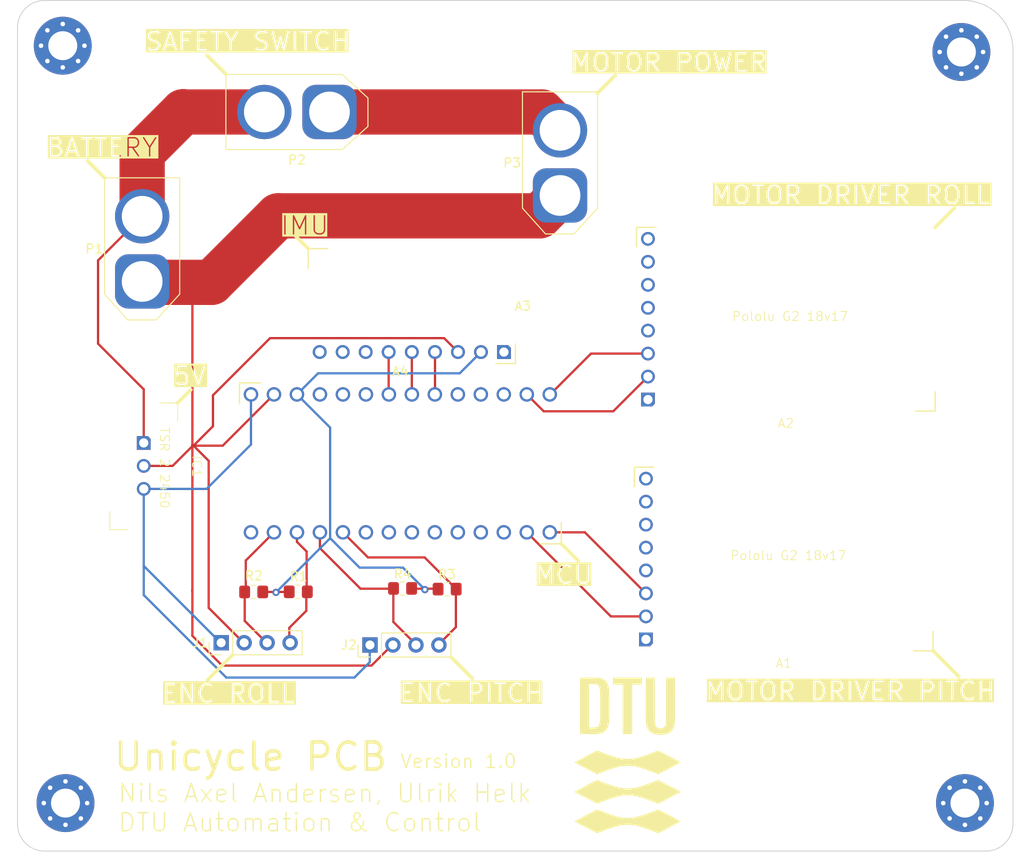
<source format=kicad_pcb>
(kicad_pcb (version 20221018) (generator pcbnew)
  (layers (0 "F.Cu" signal) (31 "B.Cu" signal) (34 "B.Paste" user) (35 "F.Paste" user) (36 "B.SilkS" user "B.Silkscreen") (37 "F.SilkS" user "F.Silkscreen") (38 "B.Mask" user) (39 "F.Mask" user) (44 "Edge.Cuts" user))
  (net 0 "")
  (net 1 "GND")
  (net 2 "+3.3V")
  (net 4 "+5V")
  (net 9 "+BATT")
  (net 15 "DIR_ROLL")
  (net 16 "PWM_ROLL")
  (net 17 "DIR_PITCH")
  (net 18 "PWM_PITCH")
  (net 19 "ENC_A_ROLL")
  (net 20 "ENC_B_ROLL")
  (net 21 "ENC_A_PITCH")
  (net 22 "ENC_B_PITCH")
  (net 23 "VM_LIM")
  (net 24 "SDA")
  (net 25 "SCL")
  (net 26 "SA0")
  (footprint "Connector_AMASS:AMASS_XT60-F_1x02_P7.20mm_Vertical" (layer "F.Cu") (at 144.475 88.325 180)
    (fp_text reference "P2" (at 3.6 -5.3) (layer "F.SilkS"))
    (fp_text value "Safety Switch Connector")
    (pad "1" thru_hole roundrect (at 0 0 180) (size 6 6) (drill 4.5) (layers "*.Cu" "*.Mask") (net 23 "VM_LIM"))
    (pad "2" thru_hole circle (at 7.2 0 180) (size 6 6) (drill 4.5) (layers "*.Cu" "*.Mask") (net 9 "+BATT"))
  )
  (footprint "MountingHole:MountingHole_3.2mm_M3_Pad_Via" (layer "F.Cu") (at 214.697056 164.697056)
    (fp_text reference "H4")
    (fp_text value "MountingHole_Pad")
    (pad "1" thru_hole circle (at -2.4 0) (size 0.8 0.8) (drill 0.5) (layers "*.Cu" "*.Mask") (net 1 "GND"))
    (pad "1" thru_hole circle (at -1.697056 -1.697056) (size 0.8 0.8) (drill 0.5) (layers "*.Cu" "*.Mask") (net 1 "GND"))
    (pad "1" thru_hole circle (at -1.697056 1.697056) (size 0.8 0.8) (drill 0.5) (layers "*.Cu" "*.Mask") (net 1 "GND"))
    (pad "1" thru_hole circle (at 0 -2.4) (size 0.8 0.8) (drill 0.5) (layers "*.Cu" "*.Mask") (net 1 "GND"))
    (pad "1" thru_hole circle (at 0 0) (size 6.4 6.4) (drill 3.2) (layers "*.Cu" "*.Mask") (net 1 "GND"))
    (pad "1" thru_hole circle (at 0 2.4) (size 0.8 0.8) (drill 0.5) (layers "*.Cu" "*.Mask") (net 1 "GND"))
    (pad "1" thru_hole circle (at 1.697056 -1.697056) (size 0.8 0.8) (drill 0.5) (layers "*.Cu" "*.Mask") (net 1 "GND"))
    (pad "1" thru_hole circle (at 1.697056 1.697056) (size 0.8 0.8) (drill 0.5) (layers "*.Cu" "*.Mask") (net 1 "GND"))
    (pad "1" thru_hole circle (at 2.4 0) (size 0.8 0.8) (drill 0.5) (layers "*.Cu" "*.Mask") (net 1 "GND"))
  )
  (footprint "Resistor_SMD:R_0805_2012Metric_Pad1.20x1.40mm_HandSolder" (layer "F.Cu") (at 141.025 141.35)
    (fp_text reference "R1" (at 0.032398 -1.7) (layer "F.SilkS"))
    (fp_text value "1.8k")
    (pad "1" smd roundrect (at -1 0) (size 1.2 1.4) (layers "F.Cu" "F.Paste" "F.Mask") (roundrect_rratio 0.208333) (net 2 "+3.3V"))
    (pad "2" smd roundrect (at 1 0) (size 1.2 1.4) (layers "F.Cu" "F.Paste" "F.Mask") (roundrect_rratio 0.208333) (net 20 "ENC_B_ROLL"))
  )
  (footprint "unicycle_foot:TSR 2 2450" (layer "F.Cu") (at 123.81 127.475 -90)
    (fp_text reference "IC1" (at 0 -6 -90 unlocked) (layer "F.SilkS") (effects (font (thickness 0.1))))
    (fp_text value "TSR 2 2450")
    (fp_text user "TSR 2 2450" (at -4.4 -1.85 -90 unlocked) (layer "F.SilkS") (effects (font (thickness 0.1)) (justify left bottom)))
    (pad "1" thru_hole roundrect (at -2.58 -0.14 270) (size 1.524 1.524) (drill 1.02) (layers "*.Cu" "*.Mask") (roundrect_rratio 0) (chamfer_ratio 0.2) (chamfer top_left) (net 9 "+BATT"))
    (pad "2" thru_hole circle (at -0.04 -0.14 270) (size 1.524 1.524) (drill 1.02) (layers "*.Cu" "*.Mask") (net 1 "GND"))
    (pad "3" thru_hole circle (at 2.5 -0.14 270) (size 1.524 1.524) (drill 1.02) (layers "*.Cu" "*.Mask") (net 4 "+5V"))
  )
  (footprint "MountingHole:MountingHole_3.2mm_M3_Pad_Via" (layer "F.Cu") (at 214.302944 81.697056)
    (fp_text reference "H1")
    (fp_text value "MountingHole_Pad")
    (pad "1" thru_hole circle (at -2.4 0) (size 0.8 0.8) (drill 0.5) (layers "*.Cu" "*.Mask") (net 1 "GND"))
    (pad "1" thru_hole circle (at -1.697056 -1.697056) (size 0.8 0.8) (drill 0.5) (layers "*.Cu" "*.Mask") (net 1 "GND"))
    (pad "1" thru_hole circle (at -1.697056 1.697056) (size 0.8 0.8) (drill 0.5) (layers "*.Cu" "*.Mask") (net 1 "GND"))
    (pad "1" thru_hole circle (at 0 -2.4) (size 0.8 0.8) (drill 0.5) (layers "*.Cu" "*.Mask") (net 1 "GND"))
    (pad "1" thru_hole circle (at 0 0) (size 6.4 6.4) (drill 3.2) (layers "*.Cu" "*.Mask") (net 1 "GND"))
    (pad "1" thru_hole circle (at 0 2.4) (size 0.8 0.8) (drill 0.5) (layers "*.Cu" "*.Mask") (net 1 "GND"))
    (pad "1" thru_hole circle (at 1.697056 -1.697056) (size 0.8 0.8) (drill 0.5) (layers "*.Cu" "*.Mask") (net 1 "GND"))
    (pad "1" thru_hole circle (at 1.697056 1.697056) (size 0.8 0.8) (drill 0.5) (layers "*.Cu" "*.Mask") (net 1 "GND"))
    (pad "1" thru_hole circle (at 2.4 0) (size 0.8 0.8) (drill 0.5) (layers "*.Cu" "*.Mask") (net 1 "GND"))
  )
  (footprint "unicycle_foot:Pololu G2 18v17 Text Up" (layer "F.Cu") (at 194.675 137.725 180)
    (fp_text reference "A1" (at 0 -11.5 unlocked) (layer "F.SilkS") (effects (font (thickness 0.1))))
    (fp_text value "Pololu G2 18v17")
    (fp_text user "Pololu G2 18v17" (at 5.975 -0.2 unlocked) (layer "F.SilkS") (effects (font (thickness 0.1)) (justify left bottom)))
    (pad "" np_thru_hole circle (at -7.6 -7.85 180) (size 2.18 2.18) (drill 2.18) (layers "F&B.Cu" "*.Mask"))
    (pad "" np_thru_hole circle (at 8.2 7.85 180) (size 2.18 2.18) (drill 2.18) (layers "F&B.Cu" "*.Mask"))
    (pad "1" thru_hole roundrect (at 15.23 -8.88 180) (size 1.524 1.524) (drill 1.02) (layers "*.Cu" "*.Mask") (roundrect_rratio 0) (chamfer_ratio 0.2) (chamfer top_left) (net 1 "GND"))
    (pad "2" thru_hole circle (at 15.23 -6.34 180) (size 1.524 1.524) (drill 1.02) (layers "*.Cu" "*.Mask") (net 15 "DIR_ROLL"))
    (pad "3" thru_hole circle (at 15.23 -3.8 180) (size 1.524 1.524) (drill 1.02) (layers "*.Cu" "*.Mask") (net 16 "PWM_ROLL"))
    (pad "4" thru_hole circle (at 15.23 -1.26 180) (size 1.524 1.524) (drill 1.02) (layers "*.Cu" "*.Mask"))
    (pad "5" thru_hole circle (at 15.23 1.26 180) (size 1.524 1.524) (drill 1.02) (layers "*.Cu" "*.Mask"))
    (pad "6" thru_hole circle (at 15.23 3.8 180) (size 1.524 1.524) (drill 1.02) (layers "*.Cu" "*.Mask"))
    (pad "7" thru_hole circle (at 15.23 6.34 180) (size 1.524 1.524) (drill 1.02) (layers "*.Cu" "*.Mask"))
    (pad "8" thru_hole circle (at 15.23 8.88 180) (size 1.524 1.524) (drill 1.02) (layers "*.Cu" "*.Mask"))
  )
  (footprint "MountingHole:MountingHole_3.2mm_M3_Pad_Via" (layer "F.Cu") (at 115 81)
    (fp_text reference "H2")
    (fp_text value "MountingHole_Pad")
    (pad "1" thru_hole circle (at -2.4 0) (size 0.8 0.8) (drill 0.5) (layers "*.Cu" "*.Mask") (net 1 "GND"))
    (pad "1" thru_hole circle (at -1.697056 -1.697056) (size 0.8 0.8) (drill 0.5) (layers "*.Cu" "*.Mask") (net 1 "GND"))
    (pad "1" thru_hole circle (at -1.697056 1.697056) (size 0.8 0.8) (drill 0.5) (layers "*.Cu" "*.Mask") (net 1 "GND"))
    (pad "1" thru_hole circle (at 0 -2.4) (size 0.8 0.8) (drill 0.5) (layers "*.Cu" "*.Mask") (net 1 "GND"))
    (pad "1" thru_hole circle (at 0 0) (size 6.4 6.4) (drill 3.2) (layers "*.Cu" "*.Mask") (net 1 "GND"))
    (pad "1" thru_hole circle (at 0 2.4) (size 0.8 0.8) (drill 0.5) (layers "*.Cu" "*.Mask") (net 1 "GND"))
    (pad "1" thru_hole circle (at 1.697056 -1.697056) (size 0.8 0.8) (drill 0.5) (layers "*.Cu" "*.Mask") (net 1 "GND"))
    (pad "1" thru_hole circle (at 1.697056 1.697056) (size 0.8 0.8) (drill 0.5) (layers "*.Cu" "*.Mask") (net 1 "GND"))
    (pad "1" thru_hole circle (at 2.4 0) (size 0.8 0.8) (drill 0.5) (layers "*.Cu" "*.Mask") (net 1 "GND"))
  )
  (footprint "Connector_AMASS:AMASS_XT60-F_1x02_P7.20mm_Vertical" (layer "F.Cu") (at 123.775 107.05 90)
    (fp_text reference "P1" (at 3.6 -5.3 180) (layer "F.SilkS"))
    (fp_text value "Battery Connector")
    (pad "1" thru_hole roundrect (at 0 0 90) (size 6 6) (drill 4.5) (layers "*.Cu" "*.Mask") (net 1 "GND"))
    (pad "2" thru_hole circle (at 7.2 0 90) (size 6 6) (drill 4.5) (layers "*.Cu" "*.Mask") (net 9 "+BATT"))
  )
  (footprint "unicycle_foot:Pololu G2 18v17 Text Up" (layer "F.Cu") (at 194.9 111.225 180)
    (fp_text reference "A2" (at 0 -11.5 unlocked) (layer "F.SilkS") (effects (font (thickness 0.1))))
    (fp_text value "Pololu G2 18v17")
    (fp_text user "Pololu G2 18v17" (at 6 -0.275 unlocked) (layer "F.SilkS") (effects (font (thickness 0.1)) (justify left bottom)))
    (pad "" np_thru_hole circle (at -7.6 -7.85 180) (size 2.18 2.18) (drill 2.18) (layers "F&B.Cu" "*.Mask"))
    (pad "" np_thru_hole circle (at 8.2 7.85 180) (size 2.18 2.18) (drill 2.18) (layers "F&B.Cu" "*.Mask"))
    (pad "1" thru_hole roundrect (at 15.23 -8.88 180) (size 1.524 1.524) (drill 1.02) (layers "*.Cu" "*.Mask") (roundrect_rratio 0) (chamfer_ratio 0.2) (chamfer top_left) (net 1 "GND"))
    (pad "2" thru_hole circle (at 15.23 -6.34 180) (size 1.524 1.524) (drill 1.02) (layers "*.Cu" "*.Mask") (net 17 "DIR_PITCH"))
    (pad "3" thru_hole circle (at 15.23 -3.8 180) (size 1.524 1.524) (drill 1.02) (layers "*.Cu" "*.Mask") (net 18 "PWM_PITCH"))
    (pad "4" thru_hole circle (at 15.23 -1.26 180) (size 1.524 1.524) (drill 1.02) (layers "*.Cu" "*.Mask"))
    (pad "5" thru_hole circle (at 15.23 1.26 180) (size 1.524 1.524) (drill 1.02) (layers "*.Cu" "*.Mask"))
    (pad "6" thru_hole circle (at 15.23 3.8 180) (size 1.524 1.524) (drill 1.02) (layers "*.Cu" "*.Mask"))
    (pad "7" thru_hole circle (at 15.23 6.34 180) (size 1.524 1.524) (drill 1.02) (layers "*.Cu" "*.Mask"))
    (pad "8" thru_hole circle (at 15.23 8.88 180) (size 1.524 1.524) (drill 1.02) (layers "*.Cu" "*.Mask"))
  )
  (footprint "unicycle_silk:dtu-logo-black-FTPNT" (layer "F.Cu") (at 177.425 159.425)
    (fp_text reference "G***" hide)
    (fp_text value "LOGO" hide)
  )
  (footprint "Resistor_SMD:R_0805_2012Metric_Pad1.20x1.40mm_HandSolder" (layer "F.Cu") (at 157.475 141.05)
    (fp_text reference "R3" (at -0.025 -1.625) (layer "F.SilkS"))
    (fp_text value "1.8k")
    (pad "1" smd roundrect (at -1 0) (size 1.2 1.4) (layers "F.Cu" "F.Paste" "F.Mask") (roundrect_rratio 0.208333) (net 2 "+3.3V"))
    (pad "2" smd roundrect (at 1 0) (size 1.2 1.4) (layers "F.Cu" "F.Paste" "F.Mask") (roundrect_rratio 0.208333) (net 22 "ENC_B_PITCH"))
  )
  (footprint "Connector_PinHeader_2.54mm:PinHeader_1x04_P2.54mm_Vertical" (layer "F.Cu") (at 132.505 146.975 90)
    (fp_text reference "J1" (at 0 -2.33 180) (layer "F.SilkS"))
    (fp_text value "HEDS 5500 A")
    (pad "1" thru_hole rect (at 0 0 90) (size 1.7 1.7) (drill 1) (layers "*.Cu" "*.Mask") (net 4 "+5V"))
    (pad "2" thru_hole oval (at 0 2.54 90) (size 1.7 1.7) (drill 1) (layers "*.Cu" "*.Mask") (net 1 "GND"))
    (pad "3" thru_hole oval (at 0 5.08 90) (size 1.7 1.7) (drill 1) (layers "*.Cu" "*.Mask") (net 19 "ENC_A_ROLL"))
    (pad "4" thru_hole oval (at 0 7.62 90) (size 1.7 1.7) (drill 1) (layers "*.Cu" "*.Mask") (net 20 "ENC_B_ROLL"))
  )
  (footprint "Connector_PinHeader_2.54mm:PinHeader_1x04_P2.54mm_Vertical" (layer "F.Cu") (at 148.95 147.225 90)
    (fp_text reference "J2" (at 0 -2.33 180) (layer "F.SilkS"))
    (fp_text value "HEDS 5500 A")
    (pad "1" thru_hole rect (at 0 0 90) (size 1.7 1.7) (drill 1) (layers "*.Cu" "*.Mask") (net 4 "+5V"))
    (pad "2" thru_hole oval (at 0 2.54 90) (size 1.7 1.7) (drill 1) (layers "*.Cu" "*.Mask") (net 1 "GND"))
    (pad "3" thru_hole oval (at 0 5.08 90) (size 1.7 1.7) (drill 1) (layers "*.Cu" "*.Mask") (net 21 "ENC_A_PITCH"))
    (pad "4" thru_hole oval (at 0 7.62 90) (size 1.7 1.7) (drill 1) (layers "*.Cu" "*.Mask") (net 22 "ENC_B_PITCH"))
  )
  (footprint "Resistor_SMD:R_0805_2012Metric_Pad1.20x1.40mm_HandSolder" (layer "F.Cu") (at 136.1 141.361999 180)
    (fp_text reference "R2" (at 0 1.786999) (layer "F.SilkS"))
    (fp_text value "1.8k")
    (pad "1" smd roundrect (at -1 0 180) (size 1.2 1.4) (layers "F.Cu" "F.Paste" "F.Mask") (roundrect_rratio 0.208333) (net 2 "+3.3V"))
    (pad "2" smd roundrect (at 1 0 180) (size 1.2 1.4) (layers "F.Cu" "F.Paste" "F.Mask") (roundrect_rratio 0.208333) (net 19 "ENC_A_ROLL"))
  )
  (footprint "unicycle_foot:PololuLSM6DSO Text Up" (layer "F.Cu") (at 153.575 109.775 -90)
    (fp_text reference "A3" (at 0 -12.275 unlocked) (layer "F.SilkS"))
    (fp_text value "Pololu LSM6DSO")
    (pad "" np_thru_hole circle (at -3.85 -8.95 270) (size 2.18 2.18) (drill 2.18) (layers "F&B.Cu" "*.Mask"))
    (pad "" np_thru_hole circle (at -3.85 8.95 270) (size 2.18 2.18) (drill 2.18) (layers "F&B.Cu" "*.Mask"))
    (pad "1" thru_hole roundrect (at 5.08 -10.18 270) (size 1.54 1.54) (drill 1.02) (layers "*.Cu" "*.Mask") (roundrect_rratio 0) (chamfer_ratio 0.2) (chamfer top_left))
    (pad "2" thru_hole circle (at 5.08 -7.64 270) (size 1.54 1.54) (drill 1.02) (layers "*.Cu" "*.Mask") (net 2 "+3.3V"))
    (pad "3" thru_hole circle (at 5.075 -5.1 270) (size 1.54 1.54) (drill 1.02) (layers "*.Cu" "*.Mask") (net 1 "GND"))
    (pad "4" thru_hole circle (at 5.075 -2.56 270) (size 1.54 1.54) (drill 1.02) (layers "*.Cu" "*.Mask") (net 24 "SDA"))
    (pad "5" thru_hole circle (at 5.075 0 270) (size 1.54 1.54) (drill 1.02) (layers "*.Cu" "*.Mask") (net 25 "SCL"))
    (pad "6" thru_hole circle (at 5.075 2.56 270) (size 1.54 1.54) (drill 1.02) (layers "*.Cu" "*.Mask") (net 26 "SA0"))
    (pad "7" thru_hole circle (at 5.075 5.1 270) (size 1.54 1.54) (drill 1.02) (layers "*.Cu" "*.Mask"))
    (pad "8" thru_hole circle (at 5.075 7.64 270) (size 1.54 1.54) (drill 1.02) (layers "*.Cu" "*.Mask"))
    (pad "9" thru_hole circle (at 5.075 10.18 270) (size 1.54 1.54) (drill 1.02) (layers "*.Cu" "*.Mask"))
  )
  (footprint "Resistor_SMD:R_0805_2012Metric_Pad1.20x1.40mm_HandSolder" (layer "F.Cu") (at 152.55 140.975 180)
    (fp_text reference "R4" (at 0 1.6) (layer "F.SilkS"))
    (fp_text value "1.8k")
    (pad "1" smd roundrect (at -1 0 180) (size 1.2 1.4) (layers "F.Cu" "F.Paste" "F.Mask") (roundrect_rratio 0.208333) (net 2 "+3.3V"))
    (pad "2" smd roundrect (at 1 0 180) (size 1.2 1.4) (layers "F.Cu" "F.Paste" "F.Mask") (roundrect_rratio 0.208333) (net 21 "ENC_A_PITCH"))
  )
  (footprint "Connector_AMASS:AMASS_XT60-F_1x02_P7.20mm_Vertical" (layer "F.Cu") (at 169.95 97.55 90)
    (fp_text reference "P3" (at 3.6 -5.3 180) (layer "F.SilkS"))
    (fp_text value "Motor Driver Connector")
    (pad "1" thru_hole roundrect (at 0 0 90) (size 6 6) (drill 4.5) (layers "*.Cu" "*.Mask") (net 1 "GND"))
    (pad "2" thru_hole circle (at 7.2 0 90) (size 6 6) (drill 4.5) (layers "*.Cu" "*.Mask") (net 23 "VM_LIM"))
  )
  (footprint "MountingHole:MountingHole_3.2mm_M3_Pad_Via" (layer "F.Cu") (at 115.302944 164.697056)
    (fp_text reference "H3")
    (fp_text value "MountingHole_Pad")
    (pad "1" thru_hole circle (at -2.4 0) (size 0.8 0.8) (drill 0.5) (layers "*.Cu" "*.Mask") (net 1 "GND"))
    (pad "1" thru_hole circle (at -1.697056 -1.697056) (size 0.8 0.8) (drill 0.5) (layers "*.Cu" "*.Mask") (net 1 "GND"))
    (pad "1" thru_hole circle (at -1.697056 1.697056) (size 0.8 0.8) (drill 0.5) (layers "*.Cu" "*.Mask") (net 1 "GND"))
    (pad "1" thru_hole circle (at 0 -2.4) (size 0.8 0.8) (drill 0.5) (layers "*.Cu" "*.Mask") (net 1 "GND"))
    (pad "1" thru_hole circle (at 0 0) (size 6.4 6.4) (drill 3.2) (layers "*.Cu" "*.Mask") (net 1 "GND"))
    (pad "1" thru_hole circle (at 0 2.4) (size 0.8 0.8) (drill 0.5) (layers "*.Cu" "*.Mask") (net 1 "GND"))
    (pad "1" thru_hole circle (at 1.697056 -1.697056) (size 0.8 0.8) (drill 0.5) (layers "*.Cu" "*.Mask") (net 1 "GND"))
    (pad "1" thru_hole circle (at 1.697056 1.697056) (size 0.8 0.8) (drill 0.5) (layers "*.Cu" "*.Mask") (net 1 "GND"))
    (pad "1" thru_hole circle (at 2.4 0) (size 0.8 0.8) (drill 0.5) (layers "*.Cu" "*.Mask") (net 1 "GND"))
  )
  (footprint "unicycle_foot:Teensy40 Simple" (layer "F.Cu") (at 152.31 127.155)
    (fp_text reference "A4" (at 0 -10.16) (layer "F.SilkS"))
    (fp_text value "Teensy 4.0")
    (pad "1" thru_hole circle (at -16.51 7.62) (size 1.6 1.6) (drill 1.1) (layers "*.Cu" "*.Mask") (net 1 "GND"))
    (pad "2" thru_hole circle (at -13.97 7.62) (size 1.6 1.6) (drill 1.1) (layers "*.Cu" "*.Mask") (net 19 "ENC_A_ROLL"))
    (pad "3" thru_hole circle (at -11.43 7.62) (size 1.6 1.6) (drill 1.1) (layers "*.Cu" "*.Mask") (net 20 "ENC_B_ROLL"))
    (pad "4" thru_hole circle (at -8.89 7.62) (size 1.6 1.6) (drill 1.1) (layers "*.Cu" "*.Mask") (net 21 "ENC_A_PITCH"))
    (pad "5" thru_hole circle (at -6.35 7.62) (size 1.6 1.6) (drill 1.1) (layers "*.Cu" "*.Mask") (net 22 "ENC_B_PITCH"))
    (pad "6" thru_hole circle (at -3.81 7.62) (size 1.6 1.6) (drill 1.1) (layers "*.Cu" "*.Mask"))
    (pad "7" thru_hole circle (at -1.27 7.62) (size 1.6 1.6) (drill 1.1) (layers "*.Cu" "*.Mask"))
    (pad "8" thru_hole circle (at 1.27 7.62) (size 1.6 1.6) (drill 1.1) (layers "*.Cu" "*.Mask"))
    (pad "9" thru_hole circle (at 3.81 7.62) (size 1.6 1.6) (drill 1.1) (layers "*.Cu" "*.Mask"))
    (pad "10" thru_hole circle (at 6.35 7.62) (size 1.6 1.6) (drill 1.1) (layers "*.Cu" "*.Mask"))
    (pad "11" thru_hole circle (at 8.89 7.62) (size 1.6 1.6) (drill 1.1) (layers "*.Cu" "*.Mask"))
    (pad "12" thru_hole circle (at 11.43 7.62) (size 1.6 1.6) (drill 1.1) (layers "*.Cu" "*.Mask"))
    (pad "13" thru_hole circle (at 13.97 7.62) (size 1.6 1.6) (drill 1.1) (layers "*.Cu" "*.Mask") (net 15 "DIR_ROLL"))
    (pad "14" thru_hole circle (at 16.51 7.62) (size 1.6 1.6) (drill 1.1) (layers "*.Cu" "*.Mask") (net 16 "PWM_ROLL"))
    (pad "15" thru_hole circle (at 16.51 -7.62) (size 1.6 1.6) (drill 1.1) (layers "*.Cu" "*.Mask") (net 18 "PWM_PITCH"))
    (pad "16" thru_hole circle (at 13.97 -7.62) (size 1.6 1.6) (drill 1.1) (layers "*.Cu" "*.Mask") (net 17 "DIR_PITCH"))
    (pad "17" thru_hole circle (at 11.43 -7.62) (size 1.6 1.6) (drill 1.1) (layers "*.Cu" "*.Mask"))
    (pad "18" thru_hole circle (at 8.89 -7.62) (size 1.6 1.6) (drill 1.1) (layers "*.Cu" "*.Mask"))
    (pad "19" thru_hole circle (at 6.35 -7.62) (size 1.6 1.6) (drill 1.1) (layers "*.Cu" "*.Mask"))
    (pad "20" thru_hole circle (at 3.81 -7.62) (size 1.6 1.6) (drill 1.1) (layers "*.Cu" "*.Mask") (net 24 "SDA"))
    (pad "21" thru_hole circle (at 1.27 -7.62) (size 1.6 1.6) (drill 1.1) (layers "*.Cu" "*.Mask") (net 25 "SCL"))
    (pad "22" thru_hole circle (at -1.27 -7.62) (size 1.6 1.6) (drill 1.1) (layers "*.Cu" "*.Mask") (net 26 "SA0"))
    (pad "23" thru_hole circle (at -3.81 -7.62) (size 1.6 1.6) (drill 1.1) (layers "*.Cu" "*.Mask"))
    (pad "24" thru_hole circle (at -6.35 -7.62) (size 1.6 1.6) (drill 1.1) (layers "*.Cu" "*.Mask"))
    (pad "25" thru_hole circle (at -8.89 -7.62) (size 1.6 1.6) (drill 1.1) (layers "*.Cu" "*.Mask"))
    (pad "26" thru_hole circle (at -11.43 -7.62) (size 1.6 1.6) (drill 1.1) (layers "*.Cu" "*.Mask") (net 2 "+3.3V"))
    (pad "27" thru_hole circle (at -13.97 -7.62) (size 1.6 1.6) (drill 1.1) (layers "*.Cu" "*.Mask") (net 1 "GND"))
    (pad "28" thru_hole circle (at -16.51 -7.62) (size 1.6 1.6) (drill 1.1) (layers "*.Cu" "*.Mask") (net 4 "+5V"))
  )
  (gr_line (start 174.075 86.275) (end 176.05 84.3) (stroke (width 0.4)) (layer "F.SilkS"))
  (gr_line (start 142.125 103.425) (end 140.775 102.075) (stroke (width 0.4)) (layer "F.SilkS"))
  (gr_line (start 127.7 120.475) (end 129.15 119.025) (stroke (width 0.4)) (layer "F.SilkS"))
  (gr_line (start 130.94884 82.06134) (end 133.075 84.1875) (stroke (width 0.4)) (layer "F.SilkS"))
  (gr_line (start 170.09 136.045) (end 171.95 137.905) (stroke (width 0.4)) (layer "F.SilkS"))
  (gr_line (start 211.175 147.875) (end 214 150.7) (stroke (width 0.4)) (layer "F.SilkS"))
  (gr_line (start 119.625 95.6) (end 117.75 93.725) (stroke (width 0.4)) (layer "F.SilkS"))
  (gr_line (start 133.775 148.305) (end 131 151.08) (stroke (width 0.4)) (layer "F.SilkS"))
  (gr_line (start 157.9 148.555) (end 160.275 150.93) (stroke (width 0.4)) (layer "F.SilkS"))
  (gr_line (start 211.4 101.075) (end 213.525 98.95) (stroke (width 0.4)) (layer "F.SilkS"))
  (gr_line (start 217 170) (end 113 170) (stroke (width 0.1)) (layer "Edge.Cuts"))
  (gr_line (start 110 167) (end 110 79) (stroke (width 0.1)) (layer "Edge.Cuts"))
  (gr_line (start 113 76) (end 214.55368 76) (stroke (width 0.1)) (layer "Edge.Cuts"))
  (gr_line (start 220 81.44632) (end 220 167) (stroke (width 0.1)) (layer "Edge.Cuts"))
  (gr_arc (start 113 170) (mid 110.87868 169.12132) (end 110 167) (stroke (width 0.1)) (layer "Edge.Cuts"))
  (gr_arc (start 220 167) (mid 219.12132 169.12132) (end 217 170) (stroke (width 0.1)) (layer "Edge.Cuts"))
  (gr_arc (start 214.55368 76) (mid 218.40481 77.59519) (end 220 81.44632) (stroke (width 0.1)) (layer "Edge.Cuts"))
  (gr_arc (start 110 79) (mid 110.87868 76.87868) (end 113 76) (stroke (width 0.1)) (layer "Edge.Cuts"))
  (gr_text "Version 1.0" (at 152.2 160.95) (layer "F.SilkS") (effects (font (size 1.5 1.5)) (justify left bottom)))
  (gr_text "MOTOR DRIVER PITCH" (at 185.9 153.5) (layer "F.SilkS" knockout) (effects (font (size 2 2)) (justify left bottom)))
  (gr_text "ENC ROLL" (at 125.8 153.775) (layer "F.SilkS" knockout) (effects (font (size 2 2)) (justify left bottom)))
  (gr_text "Unicycle PCB" (at 120.425 161.325) (layer "F.SilkS") (effects (font (size 3 3) (thickness 0.4) bold) (justify left bottom)))
  (gr_text "MOTOR POWER" (at 171.05 84.025) (layer "F.SilkS" knockout) (effects (font (size 2 2)) (justify left bottom)))
  (gr_text "BATTERY" (at 113.075 93.425) (layer "F.SilkS" knockout) (effects (font (size 2 2)) (justify left bottom)))
  (gr_text "MCU" (at 167.1 140.65) (layer "F.SilkS" knockout) (effects (font (size 2 2)) (justify left bottom)))
  (gr_text "Nils Axel Andersen, Ulrik Helk\nDTU Automation & Control" (at 121 168) (layer "F.SilkS") (effects (font (size 2 2)) (justify left bottom)))
  (gr_text "ENC PITCH" (at 152.075 153.7) (layer "F.SilkS" knockout) (effects (font (size 2 2)) (justify left bottom)))
  (gr_text "MOTOR DRIVER ROLL" (at 186.575 98.675) (layer "F.SilkS" knockout) (effects (font (size 2 2)) (justify left bottom)))
  (gr_text "IMU" (at 138.975 102.05) (layer "F.SilkS" knockout) (effects (font (size 2 2)) (justify left bottom)))
  (gr_text "SAFETY SWITCH" (at 124 81.7) (layer "F.SilkS" knockout) (effects (font (size 2 2)) (justify left bottom)))
  (gr_text "5V" (at 127.125 118.675) (layer "F.SilkS" knockout) (effects (font (size 2 2)) (justify left bottom)))
  (segment (start 129.325 141.32) (end 129.325 141.15) (width 0.25) (layer "F.Cu") (net 1))
  (segment (start 167.7 99.8) (end 169.95 97.55) (width 5) (layer "F.Cu") (net 1))
  (segment (start 123.875 107.15) (end 123.775 107.05) (width 5) (layer "F.Cu") (net 1))
  (segment (start 129.325 141.15) (end 129.325 125.075) (width 0.25) (layer "F.Cu") (net 1))
  (segment (start 123.95 127.435) (end 127.14 127.435) (width 0.25) (layer "F.Cu") (net 1))
  (segment (start 138.8 99.8) (end 167.7 99.8) (width 5) (layer "F.Cu") (net 1))
  (segment (start 129.325 109.275) (end 131.45 107.15) (width 0.25) (layer "F.Cu") (net 1))
  (segment (start 137.91 113.315) (end 131.6 119.625) (width 0.25) (layer "F.Cu") (net 1))
  (segment (start 132.675 125.2) (end 129.45 125.2) (width 0.25) (layer "F.Cu") (net 1))
  (segment (start 134.954998 146.949998) (end 131.125 143.12) (width 0.25) (layer "F.Cu") (net 1))
  (segment (start 151.464998 147.149999) (end 149.114997 149.5) (width 0.25) (layer "F.Cu") (net 1))
  (segment (start 157.14 113.315) (end 137.91 113.315) (width 0.25) (layer "F.Cu") (net 1))
  (segment (start 131.45 107.15) (end 123.875 107.15) (width 5) (layer "F.Cu") (net 1))
  (segment (start 131.6 123.05) (end 129.45 125.2) (width 0.25) (layer "F.Cu") (net 1))
  (segment (start 131.125 143.12) (end 131.125 126.875) (width 0.25) (layer "F.Cu") (net 1))
  (segment (start 158.675 114.85) (end 157.14 113.315) (width 0.25) (layer "F.Cu") (net 1))
  (segment (start 129.325 146.21) (end 129.325 141.15) (width 0.25) (layer "F.Cu") (net 1))
  (segment (start 129.325 125.25) (end 129.325 109.275) (width 0.25) (layer "F.Cu") (net 1))
  (segment (start 131.45 107.15) (end 138.8 99.8) (width 5) (layer "F.Cu") (net 1))
  (segment (start 131.6 119.625) (end 131.6 123.05) (width 0.25) (layer "F.Cu") (net 1))
  (segment (start 127.14 127.435) (end 129.325 125.25) (width 0.25) (layer "F.Cu") (net 1))
  (segment (start 149.114997 149.5) (end 132.615 149.5) (width 0.25) (layer "F.Cu") (net 1))
  (segment (start 131.125 126.875) (end 129.45 125.2) (width 0.25) (layer "F.Cu") (net 1))
  (segment (start 138.34 119.535) (end 132.675 125.2) (width 0.25) (layer "F.Cu") (net 1))
  (segment (start 132.615 149.5) (end 129.325 146.21) (width 0.25) (layer "F.Cu") (net 1))
  (segment (start 129.325 125.075) (end 129.45 125.2) (width 0.25) (layer "F.Cu") (net 1))
  (segment (start 153.531798 141.003198) (end 156.443398 141.003198) (width 0.25) (layer "F.Cu") (net 2))
  (segment (start 137.107398 141.361999) (end 139.914598 141.361999) (width 0.25) (layer "F.Cu") (net 2))
  (via (at 138.561798 141.412799) (size 0.8) (drill 0.4) (layers "F.Cu" "B.Cu") (net 2))
  (via (at 155.020999 141.104799) (size 0.8) (drill 0.4) (layers "F.Cu" "B.Cu") (net 2))
  (segment (start 138.612598 141.412799) (end 138.561798 141.412799) (width 0.25) (layer "B.Cu") (net 2))
  (segment (start 144.545 135.429597) (end 138.561798 141.412799) (width 0.25) (layer "B.Cu") (net 2))
  (segment (start 147.8 138.675) (end 144.554597 135.429597) (width 0.25) (layer "B.Cu") (net 2))
  (segment (start 143.215 117.2) (end 158.87 117.2) (width 0.25) (layer "B.Cu") (net 2))
  (segment (start 155.020999 141.104799) (end 152.5912 138.675) (width 0.25) (layer "B.Cu") (net 2))
  (segment (start 140.88 119.535) (end 143.215 117.2) (width 0.25) (layer "B.Cu") (net 2))
  (segment (start 138.561798 141.463599) (end 138.561798 141.463599) (width 0.25) (layer "B.Cu") (net 2))
  (segment (start 144.545 123.2) (end 144.545 135.429597) (width 0.25) (layer "B.Cu") (net 2))
  (segment (start 140.88 119.535) (end 144.545 123.2) (width 0.25) (layer "B.Cu") (net 2))
  (segment (start 138.561798 141.412799) (end 138.561798 141.463599) (width 0.25) (layer "B.Cu") (net 2))
  (segment (start 152.5912 138.675) (end 147.8 138.675) (width 0.25) (layer "B.Cu") (net 2))
  (segment (start 158.87 117.2) (end 161.215 114.855) (width 0.25) (layer "B.Cu") (net 2))
  (segment (start 144.554597 135.429597) (end 144.545 135.429597) (width 0.25) (layer "B.Cu") (net 2))
  (segment (start 148.924998 147.149999) (end 148.924998 149.125002) (width 0.25) (layer "B.Cu") (net 4))
  (segment (start 123.95 129.975) (end 130.9 129.975) (width 0.25) (layer "B.Cu") (net 4))
  (segment (start 133.075 150.825) (end 123.95 141.7) (width 0.25) (layer "B.Cu") (net 4))
  (segment (start 135.8 125.075) (end 135.8 119.535) (width 0.25) (layer "B.Cu") (net 4))
  (segment (start 148.924998 149.125002) (end 147.225 150.825) (width 0.25) (layer "B.Cu") (net 4))
  (segment (start 123.95 141.7) (end 123.95 138.485) (width 0.25) (layer "B.Cu") (net 4))
  (segment (start 147.225 150.825) (end 133.075 150.825) (width 0.25) (layer "B.Cu") (net 4))
  (segment (start 130.9 129.975) (end 135.8 125.075) (width 0.25) (layer "B.Cu") (net 4))
  (segment (start 123.95 138.485) (end 132.414998 146.949998) (width 0.25) (layer "B.Cu") (net 4))
  (segment (start 123.95 129.975) (end 123.95 138.485) (width 0.25) (layer "B.Cu") (net 4))
  (segment (start 123.95 118.975) (end 118.9 113.925) (width 0.25) (layer "F.Cu") (net 9))
  (segment (start 118.9 113.925) (end 118.9 104.725) (width 0.25) (layer "F.Cu") (net 9))
  (segment (start 118.9 104.725) (end 123.775 99.85) (width 0.25) (layer "F.Cu") (net 9))
  (segment (start 123.775 99.85) (end 123.775 92.825) (width 5) (layer "F.Cu") (net 9))
  (segment (start 128.3 88.3) (end 128.325 88.325) (width 5) (layer "F.Cu") (net 9))
  (segment (start 123.95 124.895) (end 123.95 118.975) (width 0.25) (layer "F.Cu") (net 9))
  (segment (start 128.325 88.325) (end 137.275 88.325) (width 5) (layer "F.Cu") (net 9))
  (segment (start 123.775 92.825) (end 128.3 88.3) (width 5) (layer "F.Cu") (net 9))
  (segment (start 179.445 144.065) (end 175.57 144.065) (width 0.25) (layer "F.Cu") (net 15))
  (segment (start 175.57 144.065) (end 166.28 134.775) (width 0.25) (layer "F.Cu") (net 15))
  (segment (start 172.695 134.775) (end 179.445 141.525) (width 0.25) (layer "F.Cu") (net 16))
  (segment (start 168.82 134.775) (end 172.695 134.775) (width 0.25) (layer "F.Cu") (net 16))
  (segment (start 168.145 121.4) (end 175.835 121.4) (width 0.25) (layer "F.Cu") (net 17))
  (segment (start 175.835 121.4) (end 179.67 117.565) (width 0.25) (layer "F.Cu") (net 17))
  (segment (start 166.28 119.535) (end 168.145 121.4) (width 0.25) (layer "F.Cu") (net 17))
  (segment (start 168.82 119.535) (end 168.865 119.535) (width 0.25) (layer "F.Cu") (net 18))
  (segment (start 168.865 119.535) (end 173.375 115.025) (width 0.25) (layer "F.Cu") (net 18))
  (segment (start 173.375 115.025) (end 179.67 115.025) (width 0.25) (layer "F.Cu") (net 18))
  (segment (start 138.34 134.775) (end 135.225 137.89) (width 0.25) (layer "F.Cu") (net 19))
  (segment (start 135.225 137.89) (end 135.225 141.244397) (width 0.25) (layer "F.Cu") (net 19))
  (segment (start 135.225 141.244397) (end 135.107398 141.361999) (width 0.25) (layer "F.Cu") (net 19))
  (segment (start 135.107399 141.361999) (end 135.107398 144.562398) (width 0.25) (layer "F.Cu") (net 19))
  (segment (start 135.107398 144.562398) (end 137.494998 146.949999) (width 0.25) (layer "F.Cu") (net 19))
  (segment (start 135.107399 141.361999) (end 135.208999 141.260399) (width 0.25) (layer "F.Cu") (net 19))
  (segment (start 140.88 135.83) (end 140.88 134.775) (width 0.25) (layer "F.Cu") (net 20))
  (segment (start 141.914598 141.361999) (end 141.914598 141.311199) (width 0.25) (layer "F.Cu") (net 20))
  (segment (start 141.914598 143.444799) (end 140.034998 145.324399) (width 0.25) (layer "F.Cu") (net 20))
  (segment (start 141.95 136.9) (end 140.88 135.83) (width 0.25) (layer "F.Cu") (net 20))
  (segment (start 141.914598 141.361999) (end 141.914598 143.444799) (width 0.25) (layer "F.Cu") (net 20))
  (segment (start 141.95 141.326597) (end 141.95 136.9) (width 0.25) (layer "F.Cu") (net 20))
  (segment (start 140.034998 145.324399) (end 140.034998 146.949999) (width 0.25) (layer "F.Cu") (net 20))
  (segment (start 141.914598 141.361999) (end 141.95 141.326597) (width 0.25) (layer "F.Cu") (net 20))
  (segment (start 147.903198 141.003198) (end 151.531798 141.003198) (width 0.25) (layer "F.Cu") (net 21))
  (segment (start 143.42 136.52) (end 147.903198 141.003198) (width 0.25) (layer "F.Cu") (net 21))
  (segment (start 143.42 134.775) (end 143.42 136.52) (width 0.25) (layer "F.Cu") (net 21))
  (segment (start 151.531798 141.003199) (end 151.531798 144.676798) (width 0.25) (layer "F.Cu") (net 21))
  (segment (start 151.531798 144.676798) (end 154.004998 147.149998) (width 0.25) (layer "F.Cu") (net 21))
  (segment (start 148.735 137.55) (end 145.96 134.775) (width 0.25) (layer "F.Cu") (net 22))
  (segment (start 154.990201 137.55) (end 148.735 137.55) (width 0.25) (layer "F.Cu") (net 22))
  (segment (start 158.443399 141.003198) (end 154.990201 137.55) (width 0.25) (layer "F.Cu") (net 22))
  (segment (start 158.443398 141.003199) (end 158.443398 145.251598) (width 0.25) (layer "F.Cu") (net 22))
  (segment (start 158.443398 145.251598) (end 156.544998 147.149998) (width 0.25) (layer "F.Cu") (net 22))
  (segment (start 144.475 88.325) (end 167.925 88.325) (width 5) (layer "F.Cu") (net 23))
  (segment (start 167.925 88.325) (end 169.95 90.35) (width 5) (layer "F.Cu") (net 23))
  (segment (start 156.135 114.85) (end 156.135 119.52) (width 0.25) (layer "F.Cu") (net 24))
  (segment (start 156.135 119.52) (end 156.12 119.535) (width 0.25) (layer "F.Cu") (net 24))
  (segment (start 153.575 114.85) (end 153.575 119.53) (width 0.25) (layer "F.Cu") (net 25))
  (segment (start 153.575 119.53) (end 153.58 119.535) (width 0.25) (layer "F.Cu") (net 25))
  (segment (start 151.015 114.85) (end 151.015 119.51) (width 0.25) (layer "F.Cu") (net 26))
  (segment (start 151.015 119.51) (end 151.04 119.535) (width 0.25) (layer "F.Cu") (net 26))
)
</source>
